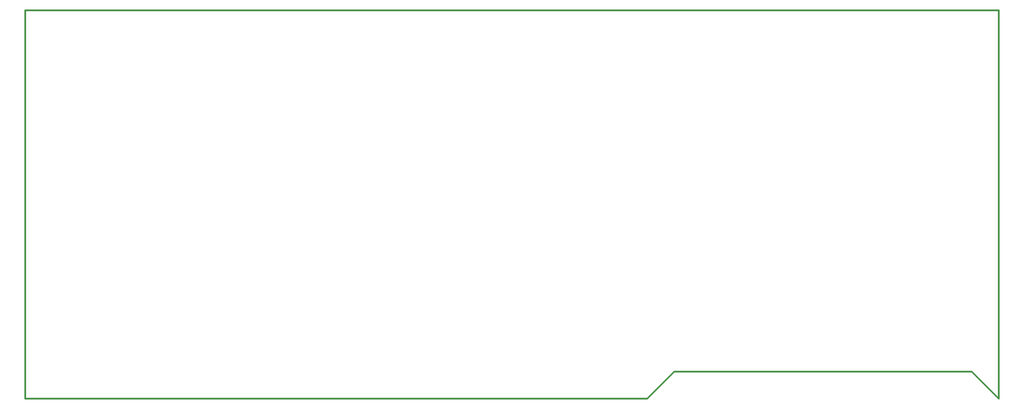
<source format=gbr>
%TF.GenerationSoftware,KiCad,Pcbnew,7.0.10*%
%TF.CreationDate,2024-08-04T08:05:15-06:00*%
%TF.ProjectId,display_card_cover,64697370-6c61-4795-9f63-6172645f636f,rev?*%
%TF.SameCoordinates,Original*%
%TF.FileFunction,Profile,NP*%
%FSLAX46Y46*%
G04 Gerber Fmt 4.6, Leading zero omitted, Abs format (unit mm)*
G04 Created by KiCad (PCBNEW 7.0.10) date 2024-08-04 08:05:15*
%MOMM*%
%LPD*%
G01*
G04 APERTURE LIST*
%TA.AperFunction,Profile*%
%ADD10C,0.300000*%
%TD*%
G04 APERTURE END LIST*
D10*
X554355000Y-437504840D02*
X554355000Y-364490000D01*
X737224840Y-437504840D02*
X737235000Y-364490000D01*
X554355000Y-364490000D02*
X737235000Y-364490000D01*
X676264840Y-432424840D02*
X732144840Y-432424840D01*
X671184840Y-437504840D02*
X554355000Y-437504840D01*
X737224840Y-437504840D02*
X732144840Y-432424840D01*
X671184840Y-437504840D02*
X676264840Y-432424840D01*
M02*

</source>
